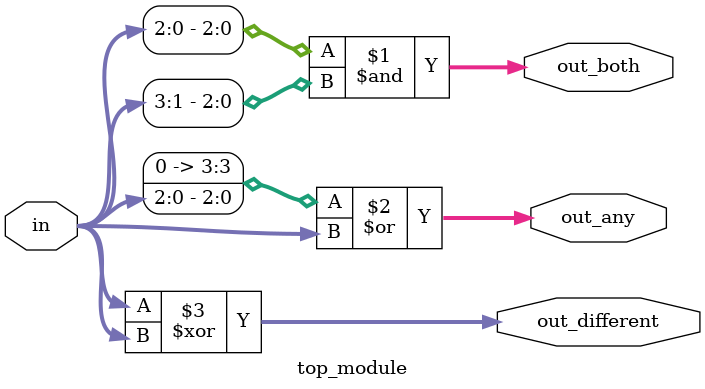
<source format=sv>
module top_module (
    input [3:0] in,
    output [2:0] out_both,
    output [3:0] out_any,
    output [3:0] out_different
);
    
    // Bitwise AND operation between bits 2 through 0 and bits 3 through 1 of 'in'
    assign out_both = in[2:0] & in[3:1];
    
    // Bitwise OR operation between bits 2 through 0 and bits 3 through 1 of 'in'
    assign out_any = {1'b0, in[2:0]} | in[3:0];  // corrected port width to [3:0]
    
    // Bitwise XOR operation between 'in' and bits 3 through 1, with 'in' bit 0 as an exception
    assign out_different = in ^ {in[3:1], in[0]};
    
endmodule

</source>
